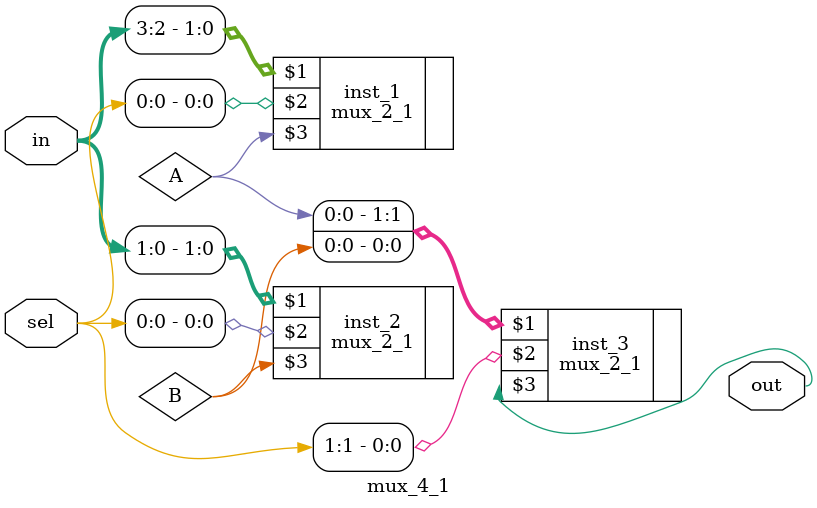
<source format=v>
module mux_4_1(in,sel,out);
input[3:0] in;input[1:0] sel; output out;

wire A,B;

mux_2_1 inst_1({in[3],in[2]},sel[0],A);
mux_2_1 inst_2({in[1],in[0]},sel[0],B);
mux_2_1 inst_3({A,B},sel[1],out);

endmodule
</source>
